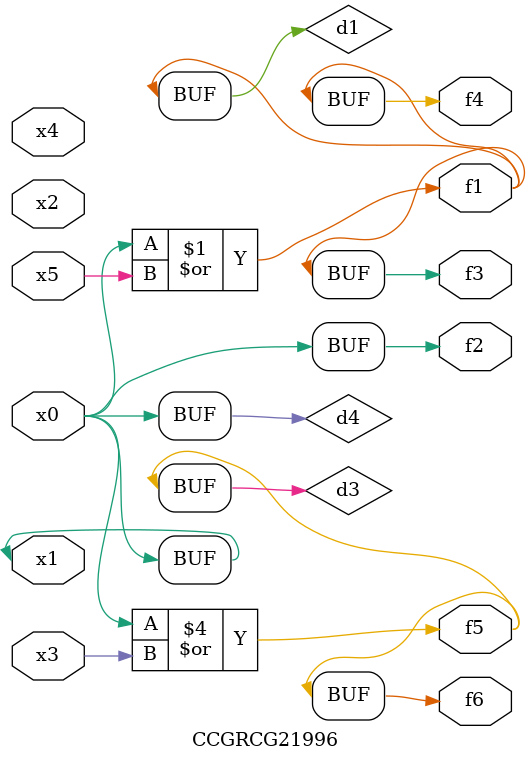
<source format=v>
module CCGRCG21996(
	input x0, x1, x2, x3, x4, x5,
	output f1, f2, f3, f4, f5, f6
);

	wire d1, d2, d3, d4;

	or (d1, x0, x5);
	xnor (d2, x1, x4);
	or (d3, x0, x3);
	buf (d4, x0, x1);
	assign f1 = d1;
	assign f2 = d4;
	assign f3 = d1;
	assign f4 = d1;
	assign f5 = d3;
	assign f6 = d3;
endmodule

</source>
